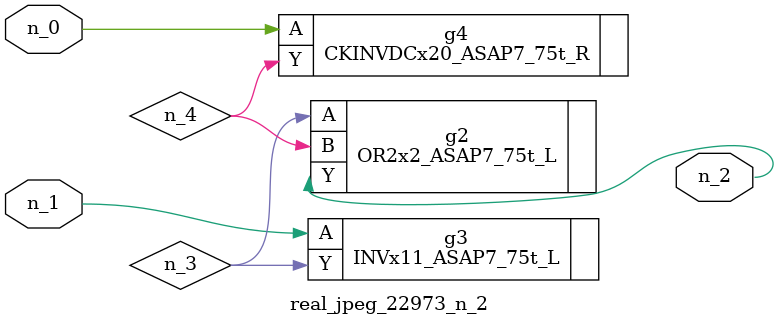
<source format=v>
module real_jpeg_22973_n_2 (n_1, n_0, n_2);

input n_1;
input n_0;

output n_2;

wire n_4;
wire n_3;

CKINVDCx20_ASAP7_75t_R g4 ( 
.A(n_0),
.Y(n_4)
);

INVx11_ASAP7_75t_L g3 ( 
.A(n_1),
.Y(n_3)
);

OR2x2_ASAP7_75t_L g2 ( 
.A(n_3),
.B(n_4),
.Y(n_2)
);


endmodule
</source>
